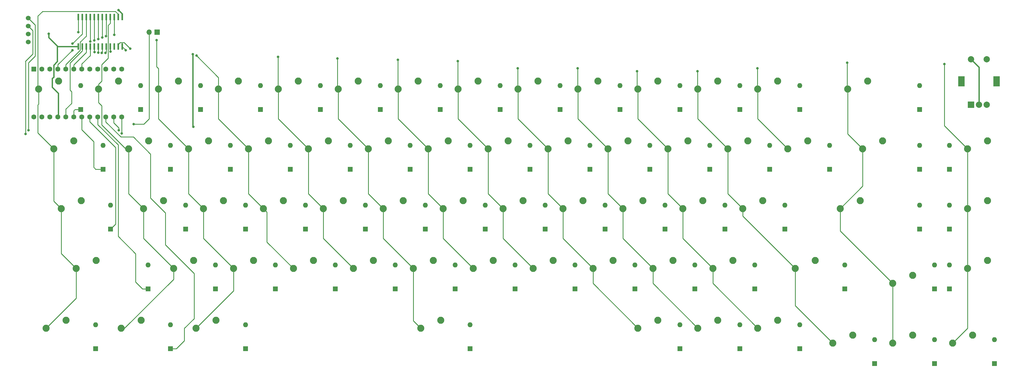
<source format=gbl>
%TF.GenerationSoftware,KiCad,Pcbnew,(6.0.8)*%
%TF.CreationDate,2023-03-19T19:58:51-07:00*%
%TF.ProjectId,Dissatisfaction65,44697373-6174-4697-9366-616374696f6e,rev?*%
%TF.SameCoordinates,Original*%
%TF.FileFunction,Copper,L2,Bot*%
%TF.FilePolarity,Positive*%
%FSLAX46Y46*%
G04 Gerber Fmt 4.6, Leading zero omitted, Abs format (unit mm)*
G04 Created by KiCad (PCBNEW (6.0.8)) date 2023-03-19 19:58:51*
%MOMM*%
%LPD*%
G01*
G04 APERTURE LIST*
%TA.AperFunction,ComponentPad*%
%ADD10R,1.600000X1.600000*%
%TD*%
%TA.AperFunction,ComponentPad*%
%ADD11O,1.600000X1.600000*%
%TD*%
%TA.AperFunction,ComponentPad*%
%ADD12C,2.250000*%
%TD*%
%TA.AperFunction,ComponentPad*%
%ADD13R,2.000000X2.000000*%
%TD*%
%TA.AperFunction,ComponentPad*%
%ADD14C,2.000000*%
%TD*%
%TA.AperFunction,ComponentPad*%
%ADD15R,2.000000X3.200000*%
%TD*%
%TA.AperFunction,ComponentPad*%
%ADD16R,1.700000X1.700000*%
%TD*%
%TA.AperFunction,ComponentPad*%
%ADD17O,1.700000X1.700000*%
%TD*%
%TA.AperFunction,ComponentPad*%
%ADD18C,1.524000*%
%TD*%
%TA.AperFunction,SMDPad,CuDef*%
%ADD19R,0.600000X2.000000*%
%TD*%
%TA.AperFunction,ComponentPad*%
%ADD20C,1.600000*%
%TD*%
%TA.AperFunction,ViaPad*%
%ADD21C,0.800000*%
%TD*%
%TA.AperFunction,Conductor*%
%ADD22C,0.254000*%
%TD*%
%TA.AperFunction,Conductor*%
%ADD23C,0.381000*%
%TD*%
G04 APERTURE END LIST*
D10*
X34925000Y-49212500D03*
D11*
X34925000Y-41592500D03*
D10*
X53975000Y-49212500D03*
D11*
X53975000Y-41592500D03*
D10*
X73025000Y-49212500D03*
D11*
X73025000Y-41592500D03*
D10*
X92075000Y-49212500D03*
D11*
X92075000Y-41592500D03*
D10*
X111125000Y-49212500D03*
D11*
X111125000Y-41592500D03*
D10*
X130175000Y-49212500D03*
D11*
X130175000Y-41592500D03*
D10*
X149225000Y-49212500D03*
D11*
X149225000Y-41592500D03*
D10*
X168275000Y-49212500D03*
D11*
X168275000Y-41592500D03*
D10*
X187325000Y-49212500D03*
D11*
X187325000Y-41592500D03*
D10*
X206375000Y-49212500D03*
D11*
X206375000Y-41592500D03*
D10*
X225425000Y-49212500D03*
D11*
X225425000Y-41592500D03*
D10*
X244475000Y-49212500D03*
D11*
X244475000Y-41592500D03*
D10*
X263525000Y-49212500D03*
D11*
X263525000Y-41592500D03*
D10*
X301625000Y-49212500D03*
D11*
X301625000Y-41592500D03*
D10*
X42068750Y-68262500D03*
D11*
X42068750Y-60642500D03*
D10*
X63500000Y-68262500D03*
D11*
X63500000Y-60642500D03*
D10*
X82550000Y-68262500D03*
D11*
X82550000Y-60642500D03*
D10*
X101600000Y-68262500D03*
D11*
X101600000Y-60642500D03*
D10*
X120650000Y-68262500D03*
D11*
X120650000Y-60642500D03*
D10*
X139700000Y-68262500D03*
D11*
X139700000Y-60642500D03*
D10*
X158750000Y-68262500D03*
D11*
X158750000Y-60642500D03*
D10*
X177800000Y-68262500D03*
D11*
X177800000Y-60642500D03*
D10*
X196850000Y-68262500D03*
D11*
X196850000Y-60642500D03*
D10*
X215900000Y-68262500D03*
D11*
X215900000Y-60642500D03*
D10*
X234950000Y-68262500D03*
D11*
X234950000Y-60642500D03*
D10*
X254000000Y-68262500D03*
D11*
X254000000Y-60642500D03*
D10*
X273050000Y-68262500D03*
D11*
X273050000Y-60642500D03*
D10*
X301625000Y-68262500D03*
D11*
X301625000Y-60642500D03*
D10*
X311150000Y-68262500D03*
D11*
X311150000Y-60642500D03*
D10*
X44450000Y-87312500D03*
D11*
X44450000Y-79692500D03*
D10*
X68262500Y-87312500D03*
D11*
X68262500Y-79692500D03*
D10*
X87312500Y-87312500D03*
D11*
X87312500Y-79692500D03*
D10*
X106362500Y-87312500D03*
D11*
X106362500Y-79692500D03*
D10*
X125412500Y-87312500D03*
D11*
X125412500Y-79692500D03*
D10*
X144462500Y-87312500D03*
D11*
X144462500Y-79692500D03*
D10*
X163512500Y-87312500D03*
D11*
X163512500Y-79692500D03*
D10*
X182562500Y-87312500D03*
D11*
X182562500Y-79692500D03*
D10*
X201612500Y-87312500D03*
D11*
X201612500Y-79692500D03*
D10*
X220662500Y-87312500D03*
D11*
X220662500Y-79692500D03*
D10*
X239712500Y-87312500D03*
D11*
X239712500Y-79692500D03*
D10*
X258762500Y-87312500D03*
D11*
X258762500Y-79692500D03*
D10*
X301625000Y-87312500D03*
D11*
X301625000Y-79692500D03*
D10*
X311150000Y-87312500D03*
D11*
X311150000Y-79692500D03*
D10*
X56356250Y-106362500D03*
D11*
X56356250Y-98742500D03*
D10*
X77787500Y-106362500D03*
D11*
X77787500Y-98742500D03*
D10*
X96837500Y-106362500D03*
D11*
X96837500Y-98742500D03*
D10*
X115887500Y-106362500D03*
D11*
X115887500Y-98742500D03*
D10*
X134937500Y-106362500D03*
D11*
X134937500Y-98742500D03*
D10*
X153987500Y-106362500D03*
D11*
X153987500Y-98742500D03*
D10*
X173037500Y-106362500D03*
D11*
X173037500Y-98742500D03*
D10*
X192087500Y-106362500D03*
D11*
X192087500Y-98742500D03*
D10*
X211137500Y-106362500D03*
D11*
X211137500Y-98742500D03*
D10*
X230187500Y-106362500D03*
D11*
X230187500Y-98742500D03*
D10*
X249237500Y-106362500D03*
D11*
X249237500Y-98742500D03*
D10*
X277812500Y-106362500D03*
D11*
X277812500Y-98742500D03*
D10*
X306387500Y-106362500D03*
D11*
X306387500Y-98742500D03*
D10*
X311150000Y-106362500D03*
D11*
X311150000Y-98742500D03*
D10*
X39687500Y-125412500D03*
D11*
X39687500Y-117792500D03*
D10*
X63500000Y-125412500D03*
D11*
X63500000Y-117792500D03*
D10*
X87312500Y-125412500D03*
D11*
X87312500Y-117792500D03*
D10*
X158750000Y-125412500D03*
D11*
X158750000Y-117792500D03*
D10*
X225425000Y-125412500D03*
D11*
X225425000Y-117792500D03*
D10*
X244475000Y-125412500D03*
D11*
X244475000Y-117792500D03*
D10*
X263525000Y-125412500D03*
D11*
X263525000Y-117792500D03*
D10*
X287337500Y-130175000D03*
D11*
X287337500Y-122555000D03*
D10*
X306387500Y-130175000D03*
D11*
X306387500Y-122555000D03*
D10*
X325437500Y-130175000D03*
D11*
X325437500Y-122555000D03*
D12*
X197802500Y-99853750D03*
X204152500Y-97313750D03*
X216852500Y-99853750D03*
X223202500Y-97313750D03*
X212090000Y-42703750D03*
X218440000Y-40163750D03*
X40640000Y-42703750D03*
X46990000Y-40163750D03*
X59690000Y-42703750D03*
X66040000Y-40163750D03*
X78740000Y-42703750D03*
X85090000Y-40163750D03*
X97790000Y-42703750D03*
X104140000Y-40163750D03*
X116840000Y-42703750D03*
X123190000Y-40163750D03*
X135890000Y-42703750D03*
X142240000Y-40163750D03*
X154940000Y-42703750D03*
X161290000Y-40163750D03*
X173990000Y-42703750D03*
X180340000Y-40163750D03*
X193040000Y-42703750D03*
X199390000Y-40163750D03*
X245427500Y-80803750D03*
X251777500Y-78263750D03*
X231140000Y-42703750D03*
X237490000Y-40163750D03*
X235902500Y-99853750D03*
X242252500Y-97313750D03*
X226377500Y-80803750D03*
X232727500Y-78263750D03*
X250190000Y-42703750D03*
X256540000Y-40163750D03*
X240665000Y-61753750D03*
X247015000Y-59213750D03*
X283527500Y-61753750D03*
X289877500Y-59213750D03*
X259715000Y-61753750D03*
X266065000Y-59213750D03*
X54927500Y-80803750D03*
X61277500Y-78263750D03*
X140652500Y-99853750D03*
X147002500Y-97313750D03*
X278765000Y-42703750D03*
X285115000Y-40163750D03*
X102552500Y-99853750D03*
X108902500Y-97313750D03*
X28733750Y-80803750D03*
X35083750Y-78263750D03*
X93027500Y-80803750D03*
X99377500Y-78263750D03*
X316865000Y-61753750D03*
X323215000Y-59213750D03*
X293052500Y-123666250D03*
X299402500Y-121126250D03*
X88265000Y-61753750D03*
X94615000Y-59213750D03*
X316865000Y-99853750D03*
X323215000Y-97313750D03*
X276383750Y-80803750D03*
X282733750Y-78263750D03*
X21590000Y-42703750D03*
X27940000Y-40163750D03*
X112077500Y-80803750D03*
X118427500Y-78263750D03*
X231140000Y-118903750D03*
X237490000Y-116363750D03*
X131127500Y-80803750D03*
X137477500Y-78263750D03*
X150177500Y-80803750D03*
X156527500Y-78263750D03*
X316865000Y-80803750D03*
X323215000Y-78263750D03*
X183515000Y-61753750D03*
X189865000Y-59213750D03*
X169227500Y-80803750D03*
X175577500Y-78263750D03*
X188277500Y-80803750D03*
X194627500Y-78263750D03*
X207327500Y-80803750D03*
X213677500Y-78263750D03*
X71596250Y-118903750D03*
X77946250Y-116363750D03*
X23971250Y-118903750D03*
X30321250Y-116363750D03*
X274002500Y-123666250D03*
X280352500Y-121126250D03*
X33496250Y-99853750D03*
X39846250Y-97313750D03*
X178752500Y-99853750D03*
X185102500Y-97313750D03*
X159702500Y-99853750D03*
X166052500Y-97313750D03*
X202565000Y-61753750D03*
X208915000Y-59213750D03*
X221615000Y-61753750D03*
X227965000Y-59213750D03*
X50165000Y-61753750D03*
X56515000Y-59213750D03*
X107315000Y-61753750D03*
X113665000Y-59213750D03*
X212090000Y-118903750D03*
X218440000Y-116363750D03*
X250190000Y-118903750D03*
X256540000Y-116363750D03*
X312102500Y-123666250D03*
X318452500Y-121126250D03*
X262096250Y-99853750D03*
X268446250Y-97313750D03*
X73977500Y-80803750D03*
X80327500Y-78263750D03*
X143033750Y-118903750D03*
X149383750Y-116363750D03*
X126365000Y-61753750D03*
X132715000Y-59213750D03*
X26352500Y-61753750D03*
X32702500Y-59213750D03*
X164465000Y-61753750D03*
X170815000Y-59213750D03*
X293052500Y-104616250D03*
X299402500Y-102076250D03*
X121602500Y-99853750D03*
X127952500Y-97313750D03*
X69215000Y-61753750D03*
X75565000Y-59213750D03*
X47783750Y-118903750D03*
X54133750Y-116363750D03*
X83502500Y-99853750D03*
X89852500Y-97313750D03*
X145415000Y-61753750D03*
X151765000Y-59213750D03*
X64452500Y-99853750D03*
X70802500Y-97313750D03*
D13*
X318008000Y-47752000D03*
D14*
X323008000Y-47752000D03*
X320508000Y-47752000D03*
D15*
X326108000Y-40252000D03*
X314908000Y-40252000D03*
D14*
X323008000Y-33252000D03*
X318008000Y-33252000D03*
D16*
X59200000Y-24600000D03*
D17*
X56660000Y-24600000D03*
D18*
X18250000Y-20090000D03*
X18250000Y-22630000D03*
X18250000Y-25170000D03*
X18250000Y-27710000D03*
D19*
X34163000Y-19812000D03*
X35433000Y-19812000D03*
X36703000Y-19812000D03*
X37973000Y-19812000D03*
X39243000Y-19812000D03*
X40513000Y-19812000D03*
X41783000Y-19812000D03*
X43053000Y-19812000D03*
X44323000Y-19812000D03*
X45593000Y-19812000D03*
X46863000Y-19812000D03*
X48133000Y-19812000D03*
X48133000Y-29212000D03*
X46863000Y-29212000D03*
X45593000Y-29212000D03*
X44323000Y-29212000D03*
X43053000Y-29212000D03*
X41783000Y-29212000D03*
X40513000Y-29212000D03*
X39243000Y-29212000D03*
X37973000Y-29212000D03*
X36703000Y-29212000D03*
X35433000Y-29212000D03*
X34163000Y-29212000D03*
D10*
X20060000Y-36410000D03*
D20*
X22600000Y-36410000D03*
X25140000Y-36410000D03*
X27680000Y-36410000D03*
X30220000Y-36410000D03*
X32760000Y-36410000D03*
X35300000Y-36410000D03*
X37840000Y-36410000D03*
X40380000Y-36410000D03*
X42920000Y-36410000D03*
X45460000Y-36410000D03*
X48000000Y-36410000D03*
X48000000Y-51650000D03*
X45460000Y-51650000D03*
X42920000Y-51650000D03*
X40380000Y-51650000D03*
X37840000Y-51650000D03*
X35300000Y-51650000D03*
X32760000Y-51650000D03*
X30220000Y-51650000D03*
X27680000Y-51650000D03*
X25140000Y-51650000D03*
X22600000Y-51650000D03*
X20060000Y-51650000D03*
D21*
X41668134Y-31229866D03*
X173863000Y-36137970D03*
X42799000Y-31238960D03*
X192913000Y-36137970D03*
X39370000Y-30988000D03*
X211836000Y-37045990D03*
X45593000Y-25415959D03*
X59055000Y-27152870D03*
X42968999Y-25869969D03*
X71755000Y-32051880D03*
X97663000Y-32505890D03*
X41783000Y-26323979D03*
X116586000Y-32959900D03*
X40513000Y-26777989D03*
X39243000Y-27231999D03*
X135763000Y-33413910D03*
X37973000Y-27559000D03*
X154813000Y-33867920D03*
X231013000Y-37045990D03*
X40519067Y-31108933D03*
X250063000Y-36137970D03*
X50673000Y-29845000D03*
X49276000Y-30330940D03*
X278638000Y-34305980D03*
X309499000Y-34759990D03*
X44422999Y-30784950D03*
X70612000Y-31597870D03*
X46941767Y-17592633D03*
X70739000Y-54737000D03*
X51770000Y-53900000D03*
X24765000Y-25146000D03*
X32330000Y-28270000D03*
X32330000Y-30320000D03*
X34160000Y-24610000D03*
X48000000Y-56870000D03*
X17440000Y-57050000D03*
X18380000Y-55840000D03*
X47010000Y-55840000D03*
D22*
X32760000Y-49590000D02*
X33150000Y-49200000D01*
X32760000Y-51650000D02*
X32760000Y-49590000D01*
X33162500Y-49212500D02*
X34925000Y-49212500D01*
X33150000Y-49200000D02*
X33162500Y-49212500D01*
X35300000Y-55700000D02*
X39060000Y-59460000D01*
X39682500Y-68262500D02*
X42068750Y-68262500D01*
X39060000Y-67640000D02*
X39682500Y-68262500D01*
X35300000Y-51650000D02*
X35300000Y-55700000D01*
X39060000Y-59460000D02*
X39060000Y-67640000D01*
X46030000Y-61330000D02*
X46030000Y-85732500D01*
X46030000Y-85732500D02*
X44450000Y-87312500D01*
X37840000Y-51650000D02*
X37840000Y-53140000D01*
X37840000Y-53140000D02*
X46030000Y-61330000D01*
X46880000Y-60540000D02*
X46880000Y-89640000D01*
X54622500Y-106362500D02*
X56356250Y-106362500D01*
X40380000Y-54040000D02*
X46880000Y-60540000D01*
X52420000Y-95180000D02*
X52420000Y-104160000D01*
X46880000Y-89640000D02*
X52420000Y-95180000D01*
X40380000Y-51650000D02*
X40380000Y-54040000D01*
X52420000Y-104160000D02*
X54622500Y-106362500D01*
X67860000Y-122920000D02*
X65367500Y-125412500D01*
X51690000Y-58000000D02*
X57150000Y-63460000D01*
X61880000Y-92360000D02*
X70980000Y-101460000D01*
X57150000Y-77460000D02*
X61880000Y-82190000D01*
X65367500Y-125412500D02*
X63500000Y-125412500D01*
X70980000Y-101460000D02*
X70980000Y-115830000D01*
X67860000Y-118950000D02*
X67860000Y-122920000D01*
X42920000Y-51650000D02*
X42920000Y-53230000D01*
X61880000Y-82190000D02*
X61880000Y-92360000D01*
X47690000Y-58000000D02*
X51690000Y-58000000D01*
X70980000Y-115830000D02*
X67860000Y-118950000D01*
X42920000Y-53230000D02*
X47690000Y-58000000D01*
X57150000Y-63460000D02*
X57150000Y-77460000D01*
X41783000Y-29212000D02*
X41783000Y-31115000D01*
X197802500Y-99853750D02*
X197802500Y-104616250D01*
X188277500Y-80803750D02*
X188277500Y-90328750D01*
X173863000Y-36137970D02*
X173863000Y-42576750D01*
X197802500Y-104616250D02*
X212090000Y-118903750D01*
X173990000Y-52228750D02*
X183515000Y-61753750D01*
X183515000Y-76041250D02*
X188277500Y-80803750D01*
X183515000Y-61753750D02*
X183515000Y-76041250D01*
X173990000Y-42703750D02*
X173990000Y-52228750D01*
X173863000Y-42576750D02*
X173990000Y-42703750D01*
X41783000Y-31115000D02*
X41668134Y-31229866D01*
X188277500Y-90328750D02*
X197802500Y-99853750D01*
X216852500Y-104616250D02*
X231140000Y-118903750D01*
X207327500Y-90328750D02*
X216852500Y-99853750D01*
X43053000Y-29212000D02*
X43053000Y-30984960D01*
X202565000Y-76041250D02*
X207327500Y-80803750D01*
X207327500Y-80803750D02*
X207327500Y-90328750D01*
X193040000Y-42703750D02*
X193040000Y-52228750D01*
X193040000Y-52228750D02*
X202565000Y-61753750D01*
X43053000Y-30984960D02*
X42799000Y-31238960D01*
X192913000Y-42576750D02*
X193040000Y-42703750D01*
X192913000Y-36137970D02*
X192913000Y-42576750D01*
X216852500Y-99853750D02*
X216852500Y-104616250D01*
X202565000Y-61753750D02*
X202565000Y-76041250D01*
X211836000Y-42449750D02*
X212090000Y-42703750D01*
X212090000Y-52228750D02*
X221615000Y-61753750D01*
X226377500Y-90328750D02*
X235902500Y-99853750D01*
X221615000Y-76041250D02*
X226377500Y-80803750D01*
X226377500Y-80803750D02*
X226377500Y-90328750D01*
X221615000Y-61753750D02*
X221615000Y-76041250D01*
X211836000Y-37045990D02*
X211836000Y-42449750D01*
X235902500Y-99853750D02*
X235902500Y-104616250D01*
X235902500Y-104616250D02*
X250190000Y-118903750D01*
X39243000Y-29212000D02*
X39243000Y-30861000D01*
X212090000Y-42703750D02*
X212090000Y-52228750D01*
X39243000Y-30861000D02*
X39370000Y-30988000D01*
X41630000Y-48020000D02*
X41630000Y-54160000D01*
X40640000Y-47030000D02*
X41630000Y-48020000D01*
X50165000Y-76041250D02*
X54991000Y-80867250D01*
X44323000Y-19812000D02*
X44323000Y-21777000D01*
X54927500Y-80803750D02*
X54927500Y-90328750D01*
X64452500Y-99853750D02*
X64452500Y-103314500D01*
X49223750Y-61753750D02*
X50165000Y-61753750D01*
X54927500Y-90328750D02*
X64452500Y-99853750D01*
X41630000Y-54160000D02*
X49223750Y-61753750D01*
X44323000Y-21777000D02*
X43695999Y-22404001D01*
X41670000Y-40200000D02*
X40640000Y-41230000D01*
X40640000Y-42703750D02*
X40640000Y-47030000D01*
X43695999Y-22404001D02*
X43695999Y-32914001D01*
X48863250Y-118903750D02*
X47783750Y-118903750D01*
X64452500Y-103314500D02*
X48863250Y-118903750D01*
X40640000Y-41230000D02*
X40640000Y-42703750D01*
X41670000Y-34940000D02*
X41670000Y-40200000D01*
X43695999Y-32914001D02*
X41670000Y-34940000D01*
X50165000Y-61753750D02*
X50165000Y-76041250D01*
X69215000Y-61753750D02*
X69215000Y-76041250D01*
X73977500Y-90328750D02*
X83502500Y-99853750D01*
X59690000Y-36219222D02*
X59055000Y-35584222D01*
X73977500Y-80803750D02*
X73977500Y-90328750D01*
X59690000Y-42703750D02*
X59690000Y-52228750D01*
X59690000Y-52228750D02*
X69215000Y-61753750D01*
X59690000Y-42703750D02*
X59690000Y-36219222D01*
X45593000Y-19812000D02*
X45593000Y-25415959D01*
X83502500Y-99853750D02*
X83502500Y-106997500D01*
X69215000Y-76041250D02*
X73977500Y-80803750D01*
X59055000Y-35584222D02*
X59055000Y-27152870D01*
X83502500Y-106997500D02*
X71596250Y-118903750D01*
X43053000Y-19812000D02*
X43053000Y-25785968D01*
X94152499Y-91453749D02*
X102552500Y-99853750D01*
X78740000Y-42703750D02*
X78740000Y-52228750D01*
X71755000Y-32051880D02*
X78740000Y-39036880D01*
X88265000Y-61753750D02*
X88265000Y-76041250D01*
X94152499Y-81928749D02*
X94152499Y-91453749D01*
X43053000Y-25785968D02*
X42968999Y-25869969D01*
X88265000Y-76041250D02*
X93027500Y-80803750D01*
X78740000Y-52228750D02*
X88265000Y-61753750D01*
X78740000Y-39036880D02*
X78740000Y-42703750D01*
X93027500Y-80803750D02*
X94152499Y-81928749D01*
X97663000Y-32505890D02*
X97663000Y-42576750D01*
X107315000Y-61753750D02*
X107315000Y-76041250D01*
X112077500Y-90328750D02*
X121602500Y-99853750D01*
X97790000Y-42703750D02*
X97790000Y-52228750D01*
X112077500Y-80803750D02*
X112077500Y-90328750D01*
X97790000Y-52228750D02*
X107315000Y-61753750D01*
X41783000Y-19812000D02*
X41783000Y-26323979D01*
X107315000Y-76041250D02*
X112077500Y-80803750D01*
X97663000Y-42576750D02*
X97790000Y-42703750D01*
X126365000Y-61753750D02*
X126365000Y-76041250D01*
X116840000Y-42703750D02*
X116840000Y-52228750D01*
X140652500Y-99853750D02*
X140652500Y-116522500D01*
X140652500Y-116522500D02*
X143033750Y-118903750D01*
X131127500Y-90328750D02*
X140652500Y-99853750D01*
X116586000Y-32959900D02*
X116586000Y-42449750D01*
X131127500Y-80803750D02*
X131127500Y-90328750D01*
X116840000Y-52228750D02*
X126365000Y-61753750D01*
X40513000Y-19812000D02*
X40513000Y-26777989D01*
X116586000Y-42449750D02*
X116840000Y-42703750D01*
X126365000Y-76041250D02*
X131127500Y-80803750D01*
X145415000Y-61753750D02*
X145415000Y-76041250D01*
X150177500Y-80803750D02*
X150177500Y-90328750D01*
X39243000Y-19812000D02*
X39243000Y-27231999D01*
X135763000Y-33413910D02*
X135763000Y-42576750D01*
X135890000Y-42703750D02*
X135890000Y-52228750D01*
X145415000Y-76041250D02*
X150177500Y-80803750D01*
X135763000Y-42576750D02*
X135890000Y-42703750D01*
X135890000Y-52228750D02*
X145415000Y-61753750D01*
X150177500Y-90328750D02*
X159702500Y-99853750D01*
X169227500Y-80803750D02*
X169227500Y-90328750D01*
X154940000Y-42703750D02*
X154940000Y-52228750D01*
X164465000Y-76041250D02*
X169227500Y-80803750D01*
X154940000Y-52228750D02*
X164465000Y-61753750D01*
X164465000Y-61753750D02*
X164465000Y-76041250D01*
X169227500Y-90328750D02*
X178752500Y-99853750D01*
X154813000Y-42576750D02*
X154940000Y-42703750D01*
X154813000Y-33867920D02*
X154813000Y-42576750D01*
X37973000Y-19812000D02*
X37973000Y-27559000D01*
X40513000Y-31102866D02*
X40519067Y-31108933D01*
X245427500Y-80803750D02*
X245427500Y-83185000D01*
X240665000Y-61753750D02*
X240665000Y-76041250D01*
X231140000Y-52228750D02*
X240665000Y-61753750D01*
X231140000Y-42703750D02*
X231140000Y-52228750D01*
X231013000Y-42576750D02*
X231140000Y-42703750D01*
X40513000Y-29212000D02*
X40513000Y-31102866D01*
X262096250Y-99853750D02*
X262096250Y-111760000D01*
X240665000Y-76041250D02*
X245427500Y-80803750D01*
X262096250Y-111760000D02*
X274002500Y-123666250D01*
X231013000Y-37045990D02*
X231013000Y-42576750D01*
X245427500Y-83185000D02*
X262096250Y-99853750D01*
X47490001Y-27884999D02*
X48712999Y-27884999D01*
X250190000Y-42703750D02*
X250190000Y-52228750D01*
X250063000Y-36137970D02*
X250063000Y-42576750D01*
X48712999Y-27884999D02*
X50673000Y-29845000D01*
X250190000Y-52228750D02*
X259715000Y-61753750D01*
X250063000Y-42576750D02*
X250190000Y-42703750D01*
X46863000Y-28512000D02*
X47490001Y-27884999D01*
X46863000Y-29212000D02*
X46863000Y-28512000D01*
X276383750Y-87947500D02*
X293052500Y-104616250D01*
X283527500Y-61753750D02*
X283527500Y-73660000D01*
X48157060Y-29212000D02*
X49276000Y-30330940D01*
X278638000Y-34305980D02*
X278638000Y-42576750D01*
X293052500Y-123666250D02*
X293052500Y-104616250D01*
X48133000Y-29212000D02*
X48157060Y-29212000D01*
X283527500Y-73660000D02*
X276383750Y-80803750D01*
X276383750Y-80803750D02*
X276383750Y-87947500D01*
X278638000Y-42576750D02*
X278765000Y-42703750D01*
X278765000Y-56991250D02*
X283527500Y-61753750D01*
X278765000Y-42703750D02*
X278765000Y-56991250D01*
X33496250Y-99853750D02*
X33496250Y-109378750D01*
X21270000Y-47800000D02*
X21270000Y-56671250D01*
X28733750Y-80803750D02*
X28733750Y-95091250D01*
X21590000Y-42703750D02*
X21590000Y-47480000D01*
X21330000Y-42443750D02*
X21590000Y-42703750D01*
X46863000Y-19812000D02*
X46863000Y-18883000D01*
X33496250Y-109378750D02*
X23971250Y-118903750D01*
X21590000Y-47480000D02*
X21270000Y-47800000D01*
X22810000Y-17990000D02*
X21330000Y-19470000D01*
X21330000Y-19470000D02*
X21330000Y-42443750D01*
X21270000Y-56671250D02*
X26352500Y-61753750D01*
X26352500Y-61753750D02*
X26352500Y-78422500D01*
X26352500Y-78422500D02*
X28733750Y-80803750D01*
X28733750Y-95091250D02*
X33496250Y-99853750D01*
X46863000Y-18883000D02*
X45970000Y-17990000D01*
X45970000Y-17990000D02*
X22810000Y-17990000D01*
X316865000Y-61753750D02*
X316865000Y-118903750D01*
X309499000Y-54387750D02*
X316865000Y-61753750D01*
X44323000Y-29212000D02*
X44323000Y-30684951D01*
X309499000Y-34759990D02*
X309499000Y-54387750D01*
X316865000Y-118903750D02*
X312102500Y-123666250D01*
X44323000Y-30684951D02*
X44422999Y-30784950D01*
D23*
X320508000Y-47752000D02*
X320508000Y-35752000D01*
X70612000Y-31597870D02*
X70612000Y-54610000D01*
X70612000Y-54610000D02*
X70739000Y-54737000D01*
X46941767Y-17592633D02*
X48133000Y-18783866D01*
X320508000Y-35752000D02*
X318008000Y-33252000D01*
X48133000Y-18783866D02*
X48133000Y-19812000D01*
D22*
X54980000Y-53900000D02*
X51770000Y-53900000D01*
X56660000Y-52220000D02*
X54980000Y-53900000D01*
X56660000Y-24600000D02*
X56660000Y-52220000D01*
D23*
X27860000Y-51470000D02*
X27680000Y-51650000D01*
X27510000Y-33920000D02*
X26370000Y-35060000D01*
X27510000Y-29020000D02*
X27702000Y-29212000D01*
X27702000Y-29212000D02*
X34163000Y-29212000D01*
X27510000Y-29020000D02*
X27510000Y-33920000D01*
X24765000Y-25146000D02*
X24765000Y-26275000D01*
X27860000Y-44090000D02*
X27860000Y-51470000D01*
X26370000Y-38870000D02*
X25870000Y-39370000D01*
X25870000Y-42100000D02*
X27860000Y-44090000D01*
X25870000Y-39370000D02*
X25870000Y-42100000D01*
X24765000Y-26275000D02*
X27510000Y-29020000D01*
X26370000Y-35060000D02*
X26370000Y-38870000D01*
D22*
X35433000Y-29212000D02*
X35433000Y-30527000D01*
X32050000Y-47250000D02*
X30220000Y-49080000D01*
X31540000Y-34420000D02*
X31540000Y-43020000D01*
X31540000Y-43020000D02*
X32050000Y-43530000D01*
X35433000Y-30527000D02*
X31540000Y-34420000D01*
X30220000Y-51650000D02*
X30220000Y-49360000D01*
X30220000Y-49080000D02*
X30220000Y-49360000D01*
X32050000Y-43530000D02*
X32050000Y-47250000D01*
X30220000Y-49360000D02*
X30220000Y-49180000D01*
X36703000Y-29212000D02*
X36703000Y-31069053D01*
X36703000Y-31069053D02*
X32760000Y-35012053D01*
X32760000Y-35012053D02*
X32760000Y-36410000D01*
X37973000Y-32017000D02*
X35300000Y-34690000D01*
X37973000Y-29212000D02*
X37973000Y-32017000D01*
X35300000Y-34690000D02*
X35300000Y-36410000D01*
X34790000Y-30360000D02*
X30490000Y-34660000D01*
X30490000Y-34660000D02*
X30480000Y-34660000D01*
X34790000Y-27770000D02*
X34790000Y-30360000D01*
X30220000Y-34920000D02*
X30220000Y-36410000D01*
X30480000Y-34660000D02*
X30220000Y-34920000D01*
X36703000Y-19812000D02*
X36703000Y-25857000D01*
X36703000Y-25857000D02*
X34790000Y-27770000D01*
X32350000Y-28270000D02*
X32330000Y-28270000D01*
X32330000Y-30320000D02*
X27680000Y-34970000D01*
X27680000Y-34970000D02*
X27680000Y-36410000D01*
X35433000Y-19812000D02*
X35433000Y-25187000D01*
X35360000Y-25260000D02*
X32350000Y-28270000D01*
X35433000Y-25187000D02*
X35360000Y-25260000D01*
X34163000Y-19812000D02*
X34163000Y-24607000D01*
X34163000Y-24607000D02*
X34160000Y-24610000D01*
X17440000Y-34020000D02*
X17440000Y-57050000D01*
X17350000Y-33930000D02*
X17440000Y-34020000D01*
X18250000Y-22630000D02*
X19730000Y-24110000D01*
X19730000Y-31550000D02*
X17350000Y-33930000D01*
X19730000Y-24110000D02*
X19730000Y-31550000D01*
X48000000Y-51650000D02*
X48000000Y-56870000D01*
X45460000Y-53490000D02*
X47010000Y-55040000D01*
X18370000Y-55820000D02*
X18370000Y-55830000D01*
X18370000Y-55830000D02*
X18380000Y-55840000D01*
X45460000Y-51650000D02*
X45460000Y-53490000D01*
X20490000Y-22330000D02*
X20490000Y-32220000D01*
X18370000Y-34340000D02*
X18370000Y-55820000D01*
X47010000Y-55040000D02*
X47010000Y-55840000D01*
X20490000Y-32220000D02*
X18370000Y-34340000D01*
X18250000Y-20090000D02*
X20490000Y-22330000D01*
M02*

</source>
